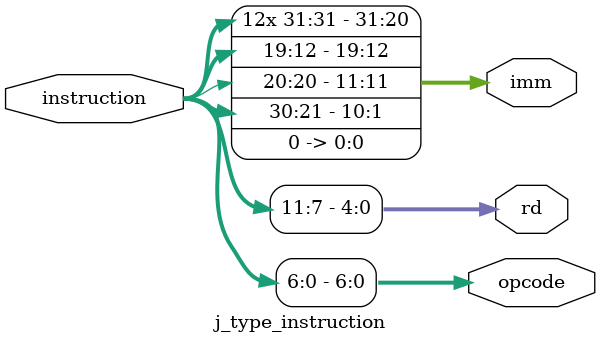
<source format=v>
module j_type_instruction (
    input  [31:0] instruction,
    output [6:0] opcode,
    output [4:0] rd,
    output reg [31:0] imm
);
    assign opcode = instruction[6:0];   
    assign rd     = instruction[11:7];  

    always @(*) begin
        imm = {{11{instruction[31]}}, instruction[31], instruction[19:12], instruction[20], instruction[30:21], 1'b0};
    end
endmodule


</source>
